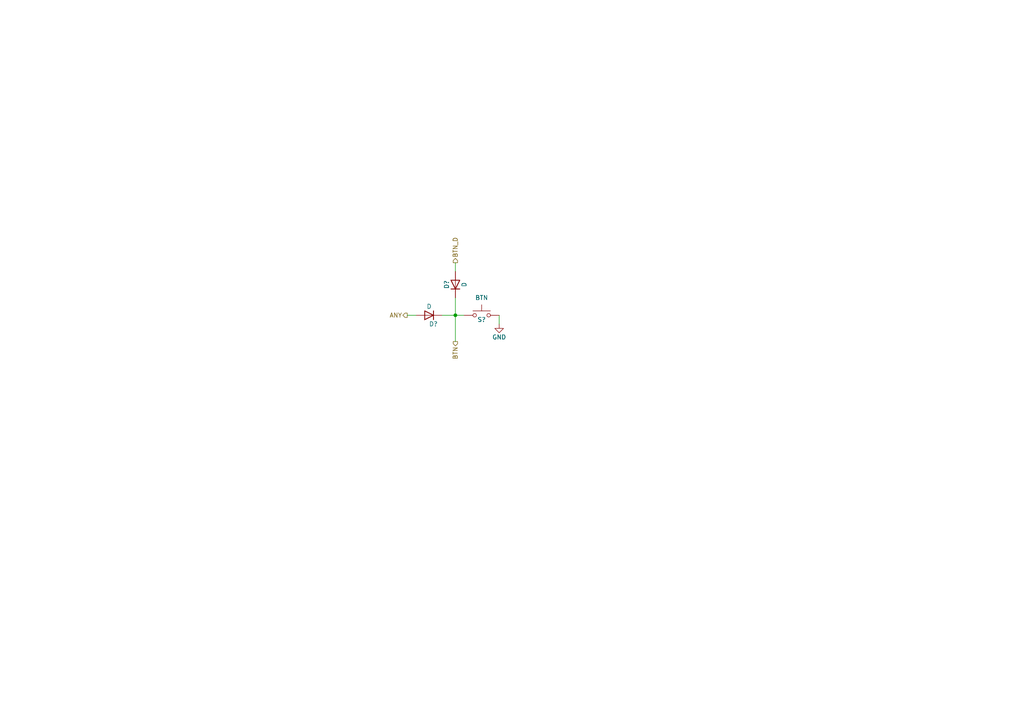
<source format=kicad_sch>
(kicad_sch (version 20211123) (generator eeschema)
  (paper "A4")
  (title_block (title "YardForce NX100i 18Buttons 3LEDs LCD CoverUI") (date "2023-11-16") (rev "0.1") (comment 1 "(c) Apehaenger") (comment 2 "For https://openmower.de") (comment 3 "RM-EC3-V1.1 20210619 with STM32F401RCT6"))
  (lib_symbols
    (symbol "Device:D" (pin_numbers hide) (pin_names (offset 1.016) hide)
      (property "Reference" "D" (at 0 2.54 0))
      (property "Value" "D" (at 0 -2.54 0))
      (symbol "D_0_1"
        (polyline (pts (xy -1.27 1.27) (xy -1.27 -1.27)) (stroke (width 0.254)))
        (polyline (pts (xy 1.27 0) (xy -1.27 0)))
        (polyline (pts (xy 1.27 1.27) (xy 1.27 -1.27) (xy -1.27 0) (xy 1.27 1.27)) (stroke (width 0.254)))
      )
      (symbol "D_1_1"
        (pin passive line (at -3.81 0 0) (length 2.54) (name "K") (number "1"))
        (pin passive line (at 3.81 0 180) (length 2.54) (name "A") (number "2"))
      )
    )
    (symbol "Switch:SW_Push" (pin_numbers hide) (pin_names (offset 1.016) hide)
      (property "Reference" "SW" (at 1.27 2.54 0))
      (property "Value" "SW_Push" (at 0 -1.524 0))
      (symbol "SW_Push_0_1"
        (circle (center -2.032 0) (radius 0.508))
        (polyline (pts (xy 0 1.27) (xy 0 3.048)))
        (polyline (pts (xy 2.54 1.27) (xy -2.54 1.27)))
        (circle (center 2.032 0) (radius 0.508))
        (pin passive line (at -5.08 0 0) (length 2.54) (name "1") (number "1"))
        (pin passive line (at 5.08 0 180) (length 2.54) (name "2") (number "2"))
      )
    )
    (symbol "power:GND" (power) (pin_names (offset 0))
      (property "Value" "GND" (at 0 -3.81 0))
      (symbol "GND_0_1"
        (polyline (pts (xy 0 0) (xy 0 -1.27) (xy 1.27 -1.27) (xy 0 -2.54) (xy -1.27 -1.27) (xy 0 -1.27)))
      )
      (symbol "GND_1_1"
        (pin power_in line (at 0 0 270) (length 0) hide (name "GND") (number "1"))
      )
    )
  )
  (junction (at 132.08 91.44))
  (wire (pts (xy 118.11 91.44) (xy 120.65 91.44)))
  (wire (pts (xy 132.08 91.44) (xy 132.08 99.06)))
  (wire (pts (xy 128.27 91.44) (xy 132.08 91.44)))
  (wire (pts (xy 132.08 86.36) (xy 132.08 91.44)))
  (wire (pts (xy 134.62 91.44) (xy 132.08 91.44)))
  (wire (pts (xy 132.08 76.2) (xy 132.08 78.74)))
  (wire (pts (xy 144.78 91.44) (xy 144.78 93.98)))
  (hierarchical_label "BTN" (shape output) (at 132.08 99.06 270))
  (hierarchical_label "ANY" (shape output) (at 118.11 91.44 180))
  (hierarchical_label "BTN_D" (shape output) (at 132.08 76.2 90))
  (symbol (lib_id "Device:D") (at 124.46 91.44 180) (unit 1)
    (property "Reference" "D?" (at 127 93.98 0) (effects (justify left)))
    (property "Value" "D" (at 124.46 88.9 0))
  )
  (symbol (lib_id "power:GND") (at 144.78 93.98 0) (unit 1)
    (property "Reference" "#PWR?" (effects hide))
    (property "Value" "GND" (at 144.78 97.79 0))
  )
  (symbol (lib_id "Device:D") (at 132.08 82.55 90) (unit 1)
    (property "Reference" "D?" (at 129.54 83.82 0) (effects (justify left)))
    (property "Value" "D" (at 134.62 82.55 0))
  )
  (symbol (lib_id "Switch:SW_Push") (at 139.7 91.44 0) (mirror y) (unit 1)
    (property "Reference" "S?" (at 139.7 92.71 0))
    (property "Value" "BTN" (at 139.7 86.36 0))
  )
)
</source>
